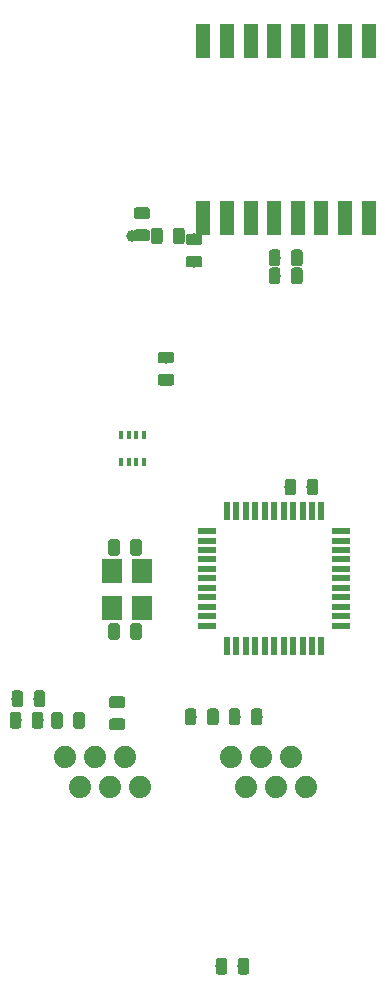
<source format=gbr>
G04 #@! TF.GenerationSoftware,KiCad,Pcbnew,5.0.2-bee76a0~70~ubuntu18.04.1*
G04 #@! TF.CreationDate,2019-02-20T16:39:47+02:00*
G04 #@! TF.ProjectId,weerstasie,77656572-7374-4617-9369-652e6b696361,rev?*
G04 #@! TF.SameCoordinates,Original*
G04 #@! TF.FileFunction,Paste,Top*
G04 #@! TF.FilePolarity,Positive*
%FSLAX46Y46*%
G04 Gerber Fmt 4.6, Leading zero omitted, Abs format (unit mm)*
G04 Created by KiCad (PCBNEW 5.0.2-bee76a0~70~ubuntu18.04.1) date Wed 20 Feb 2019 16:39:47 SAST*
%MOMM*%
%LPD*%
G01*
G04 APERTURE LIST*
%ADD10C,0.100000*%
%ADD11C,0.975000*%
%ADD12R,1.200000X3.000000*%
%ADD13R,1.500000X0.550000*%
%ADD14R,0.550000X1.500000*%
%ADD15R,1.800000X2.100000*%
%ADD16R,0.350000X0.700000*%
%ADD17C,1.879600*%
%ADD18C,1.000000*%
G04 APERTURE END LIST*
D10*
G04 #@! TO.C,R1*
G36*
X120077142Y-105015974D02*
X120100803Y-105019484D01*
X120124007Y-105025296D01*
X120146529Y-105033354D01*
X120168153Y-105043582D01*
X120188670Y-105055879D01*
X120207883Y-105070129D01*
X120225607Y-105086193D01*
X120241671Y-105103917D01*
X120255921Y-105123130D01*
X120268218Y-105143647D01*
X120278446Y-105165271D01*
X120286504Y-105187793D01*
X120292316Y-105210997D01*
X120295826Y-105234658D01*
X120297000Y-105258550D01*
X120297000Y-106171050D01*
X120295826Y-106194942D01*
X120292316Y-106218603D01*
X120286504Y-106241807D01*
X120278446Y-106264329D01*
X120268218Y-106285953D01*
X120255921Y-106306470D01*
X120241671Y-106325683D01*
X120225607Y-106343407D01*
X120207883Y-106359471D01*
X120188670Y-106373721D01*
X120168153Y-106386018D01*
X120146529Y-106396246D01*
X120124007Y-106404304D01*
X120100803Y-106410116D01*
X120077142Y-106413626D01*
X120053250Y-106414800D01*
X119565750Y-106414800D01*
X119541858Y-106413626D01*
X119518197Y-106410116D01*
X119494993Y-106404304D01*
X119472471Y-106396246D01*
X119450847Y-106386018D01*
X119430330Y-106373721D01*
X119411117Y-106359471D01*
X119393393Y-106343407D01*
X119377329Y-106325683D01*
X119363079Y-106306470D01*
X119350782Y-106285953D01*
X119340554Y-106264329D01*
X119332496Y-106241807D01*
X119326684Y-106218603D01*
X119323174Y-106194942D01*
X119322000Y-106171050D01*
X119322000Y-105258550D01*
X119323174Y-105234658D01*
X119326684Y-105210997D01*
X119332496Y-105187793D01*
X119340554Y-105165271D01*
X119350782Y-105143647D01*
X119363079Y-105123130D01*
X119377329Y-105103917D01*
X119393393Y-105086193D01*
X119411117Y-105070129D01*
X119430330Y-105055879D01*
X119450847Y-105043582D01*
X119472471Y-105033354D01*
X119494993Y-105025296D01*
X119518197Y-105019484D01*
X119541858Y-105015974D01*
X119565750Y-105014800D01*
X120053250Y-105014800D01*
X120077142Y-105015974D01*
X120077142Y-105015974D01*
G37*
D11*
X119809500Y-105714800D03*
D10*
G36*
X118202142Y-105015974D02*
X118225803Y-105019484D01*
X118249007Y-105025296D01*
X118271529Y-105033354D01*
X118293153Y-105043582D01*
X118313670Y-105055879D01*
X118332883Y-105070129D01*
X118350607Y-105086193D01*
X118366671Y-105103917D01*
X118380921Y-105123130D01*
X118393218Y-105143647D01*
X118403446Y-105165271D01*
X118411504Y-105187793D01*
X118417316Y-105210997D01*
X118420826Y-105234658D01*
X118422000Y-105258550D01*
X118422000Y-106171050D01*
X118420826Y-106194942D01*
X118417316Y-106218603D01*
X118411504Y-106241807D01*
X118403446Y-106264329D01*
X118393218Y-106285953D01*
X118380921Y-106306470D01*
X118366671Y-106325683D01*
X118350607Y-106343407D01*
X118332883Y-106359471D01*
X118313670Y-106373721D01*
X118293153Y-106386018D01*
X118271529Y-106396246D01*
X118249007Y-106404304D01*
X118225803Y-106410116D01*
X118202142Y-106413626D01*
X118178250Y-106414800D01*
X117690750Y-106414800D01*
X117666858Y-106413626D01*
X117643197Y-106410116D01*
X117619993Y-106404304D01*
X117597471Y-106396246D01*
X117575847Y-106386018D01*
X117555330Y-106373721D01*
X117536117Y-106359471D01*
X117518393Y-106343407D01*
X117502329Y-106325683D01*
X117488079Y-106306470D01*
X117475782Y-106285953D01*
X117465554Y-106264329D01*
X117457496Y-106241807D01*
X117451684Y-106218603D01*
X117448174Y-106194942D01*
X117447000Y-106171050D01*
X117447000Y-105258550D01*
X117448174Y-105234658D01*
X117451684Y-105210997D01*
X117457496Y-105187793D01*
X117465554Y-105165271D01*
X117475782Y-105143647D01*
X117488079Y-105123130D01*
X117502329Y-105103917D01*
X117518393Y-105086193D01*
X117536117Y-105070129D01*
X117555330Y-105055879D01*
X117575847Y-105043582D01*
X117597471Y-105033354D01*
X117619993Y-105025296D01*
X117643197Y-105019484D01*
X117666858Y-105015974D01*
X117690750Y-105014800D01*
X118178250Y-105014800D01*
X118202142Y-105015974D01*
X118202142Y-105015974D01*
G37*
D11*
X117934500Y-105714800D03*
G04 #@! TD*
D10*
G04 #@! TO.C,R2*
G36*
X105395942Y-103491974D02*
X105419603Y-103495484D01*
X105442807Y-103501296D01*
X105465329Y-103509354D01*
X105486953Y-103519582D01*
X105507470Y-103531879D01*
X105526683Y-103546129D01*
X105544407Y-103562193D01*
X105560471Y-103579917D01*
X105574721Y-103599130D01*
X105587018Y-103619647D01*
X105597246Y-103641271D01*
X105605304Y-103663793D01*
X105611116Y-103686997D01*
X105614626Y-103710658D01*
X105615800Y-103734550D01*
X105615800Y-104647050D01*
X105614626Y-104670942D01*
X105611116Y-104694603D01*
X105605304Y-104717807D01*
X105597246Y-104740329D01*
X105587018Y-104761953D01*
X105574721Y-104782470D01*
X105560471Y-104801683D01*
X105544407Y-104819407D01*
X105526683Y-104835471D01*
X105507470Y-104849721D01*
X105486953Y-104862018D01*
X105465329Y-104872246D01*
X105442807Y-104880304D01*
X105419603Y-104886116D01*
X105395942Y-104889626D01*
X105372050Y-104890800D01*
X104884550Y-104890800D01*
X104860658Y-104889626D01*
X104836997Y-104886116D01*
X104813793Y-104880304D01*
X104791271Y-104872246D01*
X104769647Y-104862018D01*
X104749130Y-104849721D01*
X104729917Y-104835471D01*
X104712193Y-104819407D01*
X104696129Y-104801683D01*
X104681879Y-104782470D01*
X104669582Y-104761953D01*
X104659354Y-104740329D01*
X104651296Y-104717807D01*
X104645484Y-104694603D01*
X104641974Y-104670942D01*
X104640800Y-104647050D01*
X104640800Y-103734550D01*
X104641974Y-103710658D01*
X104645484Y-103686997D01*
X104651296Y-103663793D01*
X104659354Y-103641271D01*
X104669582Y-103619647D01*
X104681879Y-103599130D01*
X104696129Y-103579917D01*
X104712193Y-103562193D01*
X104729917Y-103546129D01*
X104749130Y-103531879D01*
X104769647Y-103519582D01*
X104791271Y-103509354D01*
X104813793Y-103501296D01*
X104836997Y-103495484D01*
X104860658Y-103491974D01*
X104884550Y-103490800D01*
X105372050Y-103490800D01*
X105395942Y-103491974D01*
X105395942Y-103491974D01*
G37*
D11*
X105128300Y-104190800D03*
D10*
G36*
X103520942Y-103491974D02*
X103544603Y-103495484D01*
X103567807Y-103501296D01*
X103590329Y-103509354D01*
X103611953Y-103519582D01*
X103632470Y-103531879D01*
X103651683Y-103546129D01*
X103669407Y-103562193D01*
X103685471Y-103579917D01*
X103699721Y-103599130D01*
X103712018Y-103619647D01*
X103722246Y-103641271D01*
X103730304Y-103663793D01*
X103736116Y-103686997D01*
X103739626Y-103710658D01*
X103740800Y-103734550D01*
X103740800Y-104647050D01*
X103739626Y-104670942D01*
X103736116Y-104694603D01*
X103730304Y-104717807D01*
X103722246Y-104740329D01*
X103712018Y-104761953D01*
X103699721Y-104782470D01*
X103685471Y-104801683D01*
X103669407Y-104819407D01*
X103651683Y-104835471D01*
X103632470Y-104849721D01*
X103611953Y-104862018D01*
X103590329Y-104872246D01*
X103567807Y-104880304D01*
X103544603Y-104886116D01*
X103520942Y-104889626D01*
X103497050Y-104890800D01*
X103009550Y-104890800D01*
X102985658Y-104889626D01*
X102961997Y-104886116D01*
X102938793Y-104880304D01*
X102916271Y-104872246D01*
X102894647Y-104862018D01*
X102874130Y-104849721D01*
X102854917Y-104835471D01*
X102837193Y-104819407D01*
X102821129Y-104801683D01*
X102806879Y-104782470D01*
X102794582Y-104761953D01*
X102784354Y-104740329D01*
X102776296Y-104717807D01*
X102770484Y-104694603D01*
X102766974Y-104670942D01*
X102765800Y-104647050D01*
X102765800Y-103734550D01*
X102766974Y-103710658D01*
X102770484Y-103686997D01*
X102776296Y-103663793D01*
X102784354Y-103641271D01*
X102794582Y-103619647D01*
X102806879Y-103599130D01*
X102821129Y-103579917D01*
X102837193Y-103562193D01*
X102854917Y-103546129D01*
X102874130Y-103531879D01*
X102894647Y-103519582D01*
X102916271Y-103509354D01*
X102938793Y-103501296D01*
X102961997Y-103495484D01*
X102985658Y-103491974D01*
X103009550Y-103490800D01*
X103497050Y-103490800D01*
X103520942Y-103491974D01*
X103520942Y-103491974D01*
G37*
D11*
X103253300Y-104190800D03*
G04 #@! TD*
D10*
G04 #@! TO.C,R3*
G36*
X112189342Y-103986174D02*
X112213003Y-103989684D01*
X112236207Y-103995496D01*
X112258729Y-104003554D01*
X112280353Y-104013782D01*
X112300870Y-104026079D01*
X112320083Y-104040329D01*
X112337807Y-104056393D01*
X112353871Y-104074117D01*
X112368121Y-104093330D01*
X112380418Y-104113847D01*
X112390646Y-104135471D01*
X112398704Y-104157993D01*
X112404516Y-104181197D01*
X112408026Y-104204858D01*
X112409200Y-104228750D01*
X112409200Y-104716250D01*
X112408026Y-104740142D01*
X112404516Y-104763803D01*
X112398704Y-104787007D01*
X112390646Y-104809529D01*
X112380418Y-104831153D01*
X112368121Y-104851670D01*
X112353871Y-104870883D01*
X112337807Y-104888607D01*
X112320083Y-104904671D01*
X112300870Y-104918921D01*
X112280353Y-104931218D01*
X112258729Y-104941446D01*
X112236207Y-104949504D01*
X112213003Y-104955316D01*
X112189342Y-104958826D01*
X112165450Y-104960000D01*
X111252950Y-104960000D01*
X111229058Y-104958826D01*
X111205397Y-104955316D01*
X111182193Y-104949504D01*
X111159671Y-104941446D01*
X111138047Y-104931218D01*
X111117530Y-104918921D01*
X111098317Y-104904671D01*
X111080593Y-104888607D01*
X111064529Y-104870883D01*
X111050279Y-104851670D01*
X111037982Y-104831153D01*
X111027754Y-104809529D01*
X111019696Y-104787007D01*
X111013884Y-104763803D01*
X111010374Y-104740142D01*
X111009200Y-104716250D01*
X111009200Y-104228750D01*
X111010374Y-104204858D01*
X111013884Y-104181197D01*
X111019696Y-104157993D01*
X111027754Y-104135471D01*
X111037982Y-104113847D01*
X111050279Y-104093330D01*
X111064529Y-104074117D01*
X111080593Y-104056393D01*
X111098317Y-104040329D01*
X111117530Y-104026079D01*
X111138047Y-104013782D01*
X111159671Y-104003554D01*
X111182193Y-103995496D01*
X111205397Y-103989684D01*
X111229058Y-103986174D01*
X111252950Y-103985000D01*
X112165450Y-103985000D01*
X112189342Y-103986174D01*
X112189342Y-103986174D01*
G37*
D11*
X111709200Y-104472500D03*
D10*
G36*
X112189342Y-105861174D02*
X112213003Y-105864684D01*
X112236207Y-105870496D01*
X112258729Y-105878554D01*
X112280353Y-105888782D01*
X112300870Y-105901079D01*
X112320083Y-105915329D01*
X112337807Y-105931393D01*
X112353871Y-105949117D01*
X112368121Y-105968330D01*
X112380418Y-105988847D01*
X112390646Y-106010471D01*
X112398704Y-106032993D01*
X112404516Y-106056197D01*
X112408026Y-106079858D01*
X112409200Y-106103750D01*
X112409200Y-106591250D01*
X112408026Y-106615142D01*
X112404516Y-106638803D01*
X112398704Y-106662007D01*
X112390646Y-106684529D01*
X112380418Y-106706153D01*
X112368121Y-106726670D01*
X112353871Y-106745883D01*
X112337807Y-106763607D01*
X112320083Y-106779671D01*
X112300870Y-106793921D01*
X112280353Y-106806218D01*
X112258729Y-106816446D01*
X112236207Y-106824504D01*
X112213003Y-106830316D01*
X112189342Y-106833826D01*
X112165450Y-106835000D01*
X111252950Y-106835000D01*
X111229058Y-106833826D01*
X111205397Y-106830316D01*
X111182193Y-106824504D01*
X111159671Y-106816446D01*
X111138047Y-106806218D01*
X111117530Y-106793921D01*
X111098317Y-106779671D01*
X111080593Y-106763607D01*
X111064529Y-106745883D01*
X111050279Y-106726670D01*
X111037982Y-106706153D01*
X111027754Y-106684529D01*
X111019696Y-106662007D01*
X111013884Y-106638803D01*
X111010374Y-106615142D01*
X111009200Y-106591250D01*
X111009200Y-106103750D01*
X111010374Y-106079858D01*
X111013884Y-106056197D01*
X111019696Y-106032993D01*
X111027754Y-106010471D01*
X111037982Y-105988847D01*
X111050279Y-105968330D01*
X111064529Y-105949117D01*
X111080593Y-105931393D01*
X111098317Y-105915329D01*
X111117530Y-105901079D01*
X111138047Y-105888782D01*
X111159671Y-105878554D01*
X111182193Y-105870496D01*
X111205397Y-105864684D01*
X111229058Y-105861174D01*
X111252950Y-105860000D01*
X112165450Y-105860000D01*
X112189342Y-105861174D01*
X112189342Y-105861174D01*
G37*
D11*
X111709200Y-106347500D03*
G04 #@! TD*
D12*
G04 #@! TO.C,U2*
X133000000Y-48500000D03*
X131000000Y-48500000D03*
X129000000Y-48500000D03*
X127000000Y-48500000D03*
X125000000Y-48500000D03*
X123000000Y-48500000D03*
X121000000Y-48500000D03*
X119000000Y-48500000D03*
X119000000Y-63500000D03*
X121000000Y-63500000D03*
X123000000Y-63500000D03*
X125000000Y-63500000D03*
X127000000Y-63500000D03*
X129000000Y-63500000D03*
X131000000Y-63500000D03*
X133000000Y-63500000D03*
G04 #@! TD*
D13*
G04 #@! TO.C,U3*
X119300000Y-90000000D03*
X119300000Y-90800000D03*
X119300000Y-91600000D03*
X119300000Y-92400000D03*
X119300000Y-93200000D03*
X119300000Y-94000000D03*
X119300000Y-94800000D03*
X119300000Y-95600000D03*
X119300000Y-96400000D03*
X119300000Y-97200000D03*
X119300000Y-98000000D03*
D14*
X121000000Y-99700000D03*
X121800000Y-99700000D03*
X122600000Y-99700000D03*
X123400000Y-99700000D03*
X124200000Y-99700000D03*
X125000000Y-99700000D03*
X125800000Y-99700000D03*
X126600000Y-99700000D03*
X127400000Y-99700000D03*
X128200000Y-99700000D03*
X129000000Y-99700000D03*
D13*
X130700000Y-98000000D03*
X130700000Y-97200000D03*
X130700000Y-96400000D03*
X130700000Y-95600000D03*
X130700000Y-94800000D03*
X130700000Y-94000000D03*
X130700000Y-93200000D03*
X130700000Y-92400000D03*
X130700000Y-91600000D03*
X130700000Y-90800000D03*
X130700000Y-90000000D03*
D14*
X129000000Y-88300000D03*
X128200000Y-88300000D03*
X127400000Y-88300000D03*
X126600000Y-88300000D03*
X125800000Y-88300000D03*
X125000000Y-88300000D03*
X124200000Y-88300000D03*
X123400000Y-88300000D03*
X122600000Y-88300000D03*
X121800000Y-88300000D03*
X121000000Y-88300000D03*
G04 #@! TD*
D15*
G04 #@! TO.C,Y1*
X113772000Y-96495200D03*
X113772000Y-93395200D03*
X111272000Y-93395200D03*
X111272000Y-96495200D03*
G04 #@! TD*
D16*
G04 #@! TO.C,U1*
X113975000Y-81875000D03*
X113325000Y-81875000D03*
X112675000Y-81875000D03*
X112025000Y-81875000D03*
X112025000Y-84125000D03*
X112675000Y-84125000D03*
X113325000Y-84125000D03*
X113975000Y-84125000D03*
G04 #@! TD*
D17*
G04 #@! TO.C,J4*
X121325000Y-109110000D03*
X122595000Y-111650000D03*
X123865000Y-109110000D03*
X125135000Y-111650000D03*
X126405000Y-109110000D03*
X127675000Y-111650000D03*
G04 #@! TD*
G04 #@! TO.C,J1*
X107325000Y-109110000D03*
X108595000Y-111650000D03*
X109865000Y-109110000D03*
X111135000Y-111650000D03*
X112405000Y-109110000D03*
X113675000Y-111650000D03*
G04 #@! TD*
D18*
G04 #@! TO.C,AE1*
X113000000Y-65000000D03*
G04 #@! TD*
D10*
G04 #@! TO.C,C1*
G36*
X123785542Y-105015974D02*
X123809203Y-105019484D01*
X123832407Y-105025296D01*
X123854929Y-105033354D01*
X123876553Y-105043582D01*
X123897070Y-105055879D01*
X123916283Y-105070129D01*
X123934007Y-105086193D01*
X123950071Y-105103917D01*
X123964321Y-105123130D01*
X123976618Y-105143647D01*
X123986846Y-105165271D01*
X123994904Y-105187793D01*
X124000716Y-105210997D01*
X124004226Y-105234658D01*
X124005400Y-105258550D01*
X124005400Y-106171050D01*
X124004226Y-106194942D01*
X124000716Y-106218603D01*
X123994904Y-106241807D01*
X123986846Y-106264329D01*
X123976618Y-106285953D01*
X123964321Y-106306470D01*
X123950071Y-106325683D01*
X123934007Y-106343407D01*
X123916283Y-106359471D01*
X123897070Y-106373721D01*
X123876553Y-106386018D01*
X123854929Y-106396246D01*
X123832407Y-106404304D01*
X123809203Y-106410116D01*
X123785542Y-106413626D01*
X123761650Y-106414800D01*
X123274150Y-106414800D01*
X123250258Y-106413626D01*
X123226597Y-106410116D01*
X123203393Y-106404304D01*
X123180871Y-106396246D01*
X123159247Y-106386018D01*
X123138730Y-106373721D01*
X123119517Y-106359471D01*
X123101793Y-106343407D01*
X123085729Y-106325683D01*
X123071479Y-106306470D01*
X123059182Y-106285953D01*
X123048954Y-106264329D01*
X123040896Y-106241807D01*
X123035084Y-106218603D01*
X123031574Y-106194942D01*
X123030400Y-106171050D01*
X123030400Y-105258550D01*
X123031574Y-105234658D01*
X123035084Y-105210997D01*
X123040896Y-105187793D01*
X123048954Y-105165271D01*
X123059182Y-105143647D01*
X123071479Y-105123130D01*
X123085729Y-105103917D01*
X123101793Y-105086193D01*
X123119517Y-105070129D01*
X123138730Y-105055879D01*
X123159247Y-105043582D01*
X123180871Y-105033354D01*
X123203393Y-105025296D01*
X123226597Y-105019484D01*
X123250258Y-105015974D01*
X123274150Y-105014800D01*
X123761650Y-105014800D01*
X123785542Y-105015974D01*
X123785542Y-105015974D01*
G37*
D11*
X123517900Y-105714800D03*
D10*
G36*
X121910542Y-105015974D02*
X121934203Y-105019484D01*
X121957407Y-105025296D01*
X121979929Y-105033354D01*
X122001553Y-105043582D01*
X122022070Y-105055879D01*
X122041283Y-105070129D01*
X122059007Y-105086193D01*
X122075071Y-105103917D01*
X122089321Y-105123130D01*
X122101618Y-105143647D01*
X122111846Y-105165271D01*
X122119904Y-105187793D01*
X122125716Y-105210997D01*
X122129226Y-105234658D01*
X122130400Y-105258550D01*
X122130400Y-106171050D01*
X122129226Y-106194942D01*
X122125716Y-106218603D01*
X122119904Y-106241807D01*
X122111846Y-106264329D01*
X122101618Y-106285953D01*
X122089321Y-106306470D01*
X122075071Y-106325683D01*
X122059007Y-106343407D01*
X122041283Y-106359471D01*
X122022070Y-106373721D01*
X122001553Y-106386018D01*
X121979929Y-106396246D01*
X121957407Y-106404304D01*
X121934203Y-106410116D01*
X121910542Y-106413626D01*
X121886650Y-106414800D01*
X121399150Y-106414800D01*
X121375258Y-106413626D01*
X121351597Y-106410116D01*
X121328393Y-106404304D01*
X121305871Y-106396246D01*
X121284247Y-106386018D01*
X121263730Y-106373721D01*
X121244517Y-106359471D01*
X121226793Y-106343407D01*
X121210729Y-106325683D01*
X121196479Y-106306470D01*
X121184182Y-106285953D01*
X121173954Y-106264329D01*
X121165896Y-106241807D01*
X121160084Y-106218603D01*
X121156574Y-106194942D01*
X121155400Y-106171050D01*
X121155400Y-105258550D01*
X121156574Y-105234658D01*
X121160084Y-105210997D01*
X121165896Y-105187793D01*
X121173954Y-105165271D01*
X121184182Y-105143647D01*
X121196479Y-105123130D01*
X121210729Y-105103917D01*
X121226793Y-105086193D01*
X121244517Y-105070129D01*
X121263730Y-105055879D01*
X121284247Y-105043582D01*
X121305871Y-105033354D01*
X121328393Y-105025296D01*
X121351597Y-105019484D01*
X121375258Y-105015974D01*
X121399150Y-105014800D01*
X121886650Y-105014800D01*
X121910542Y-105015974D01*
X121910542Y-105015974D01*
G37*
D11*
X121642900Y-105714800D03*
G04 #@! TD*
D10*
G04 #@! TO.C,C2*
G36*
X103368542Y-105320774D02*
X103392203Y-105324284D01*
X103415407Y-105330096D01*
X103437929Y-105338154D01*
X103459553Y-105348382D01*
X103480070Y-105360679D01*
X103499283Y-105374929D01*
X103517007Y-105390993D01*
X103533071Y-105408717D01*
X103547321Y-105427930D01*
X103559618Y-105448447D01*
X103569846Y-105470071D01*
X103577904Y-105492593D01*
X103583716Y-105515797D01*
X103587226Y-105539458D01*
X103588400Y-105563350D01*
X103588400Y-106475850D01*
X103587226Y-106499742D01*
X103583716Y-106523403D01*
X103577904Y-106546607D01*
X103569846Y-106569129D01*
X103559618Y-106590753D01*
X103547321Y-106611270D01*
X103533071Y-106630483D01*
X103517007Y-106648207D01*
X103499283Y-106664271D01*
X103480070Y-106678521D01*
X103459553Y-106690818D01*
X103437929Y-106701046D01*
X103415407Y-106709104D01*
X103392203Y-106714916D01*
X103368542Y-106718426D01*
X103344650Y-106719600D01*
X102857150Y-106719600D01*
X102833258Y-106718426D01*
X102809597Y-106714916D01*
X102786393Y-106709104D01*
X102763871Y-106701046D01*
X102742247Y-106690818D01*
X102721730Y-106678521D01*
X102702517Y-106664271D01*
X102684793Y-106648207D01*
X102668729Y-106630483D01*
X102654479Y-106611270D01*
X102642182Y-106590753D01*
X102631954Y-106569129D01*
X102623896Y-106546607D01*
X102618084Y-106523403D01*
X102614574Y-106499742D01*
X102613400Y-106475850D01*
X102613400Y-105563350D01*
X102614574Y-105539458D01*
X102618084Y-105515797D01*
X102623896Y-105492593D01*
X102631954Y-105470071D01*
X102642182Y-105448447D01*
X102654479Y-105427930D01*
X102668729Y-105408717D01*
X102684793Y-105390993D01*
X102702517Y-105374929D01*
X102721730Y-105360679D01*
X102742247Y-105348382D01*
X102763871Y-105338154D01*
X102786393Y-105330096D01*
X102809597Y-105324284D01*
X102833258Y-105320774D01*
X102857150Y-105319600D01*
X103344650Y-105319600D01*
X103368542Y-105320774D01*
X103368542Y-105320774D01*
G37*
D11*
X103100900Y-106019600D03*
D10*
G36*
X105243542Y-105320774D02*
X105267203Y-105324284D01*
X105290407Y-105330096D01*
X105312929Y-105338154D01*
X105334553Y-105348382D01*
X105355070Y-105360679D01*
X105374283Y-105374929D01*
X105392007Y-105390993D01*
X105408071Y-105408717D01*
X105422321Y-105427930D01*
X105434618Y-105448447D01*
X105444846Y-105470071D01*
X105452904Y-105492593D01*
X105458716Y-105515797D01*
X105462226Y-105539458D01*
X105463400Y-105563350D01*
X105463400Y-106475850D01*
X105462226Y-106499742D01*
X105458716Y-106523403D01*
X105452904Y-106546607D01*
X105444846Y-106569129D01*
X105434618Y-106590753D01*
X105422321Y-106611270D01*
X105408071Y-106630483D01*
X105392007Y-106648207D01*
X105374283Y-106664271D01*
X105355070Y-106678521D01*
X105334553Y-106690818D01*
X105312929Y-106701046D01*
X105290407Y-106709104D01*
X105267203Y-106714916D01*
X105243542Y-106718426D01*
X105219650Y-106719600D01*
X104732150Y-106719600D01*
X104708258Y-106718426D01*
X104684597Y-106714916D01*
X104661393Y-106709104D01*
X104638871Y-106701046D01*
X104617247Y-106690818D01*
X104596730Y-106678521D01*
X104577517Y-106664271D01*
X104559793Y-106648207D01*
X104543729Y-106630483D01*
X104529479Y-106611270D01*
X104517182Y-106590753D01*
X104506954Y-106569129D01*
X104498896Y-106546607D01*
X104493084Y-106523403D01*
X104489574Y-106499742D01*
X104488400Y-106475850D01*
X104488400Y-105563350D01*
X104489574Y-105539458D01*
X104493084Y-105515797D01*
X104498896Y-105492593D01*
X104506954Y-105470071D01*
X104517182Y-105448447D01*
X104529479Y-105427930D01*
X104543729Y-105408717D01*
X104559793Y-105390993D01*
X104577517Y-105374929D01*
X104596730Y-105360679D01*
X104617247Y-105348382D01*
X104638871Y-105338154D01*
X104661393Y-105330096D01*
X104684597Y-105324284D01*
X104708258Y-105320774D01*
X104732150Y-105319600D01*
X105219650Y-105319600D01*
X105243542Y-105320774D01*
X105243542Y-105320774D01*
G37*
D11*
X104975900Y-106019600D03*
G04 #@! TD*
D10*
G04 #@! TO.C,C3*
G36*
X108748742Y-105320774D02*
X108772403Y-105324284D01*
X108795607Y-105330096D01*
X108818129Y-105338154D01*
X108839753Y-105348382D01*
X108860270Y-105360679D01*
X108879483Y-105374929D01*
X108897207Y-105390993D01*
X108913271Y-105408717D01*
X108927521Y-105427930D01*
X108939818Y-105448447D01*
X108950046Y-105470071D01*
X108958104Y-105492593D01*
X108963916Y-105515797D01*
X108967426Y-105539458D01*
X108968600Y-105563350D01*
X108968600Y-106475850D01*
X108967426Y-106499742D01*
X108963916Y-106523403D01*
X108958104Y-106546607D01*
X108950046Y-106569129D01*
X108939818Y-106590753D01*
X108927521Y-106611270D01*
X108913271Y-106630483D01*
X108897207Y-106648207D01*
X108879483Y-106664271D01*
X108860270Y-106678521D01*
X108839753Y-106690818D01*
X108818129Y-106701046D01*
X108795607Y-106709104D01*
X108772403Y-106714916D01*
X108748742Y-106718426D01*
X108724850Y-106719600D01*
X108237350Y-106719600D01*
X108213458Y-106718426D01*
X108189797Y-106714916D01*
X108166593Y-106709104D01*
X108144071Y-106701046D01*
X108122447Y-106690818D01*
X108101930Y-106678521D01*
X108082717Y-106664271D01*
X108064993Y-106648207D01*
X108048929Y-106630483D01*
X108034679Y-106611270D01*
X108022382Y-106590753D01*
X108012154Y-106569129D01*
X108004096Y-106546607D01*
X107998284Y-106523403D01*
X107994774Y-106499742D01*
X107993600Y-106475850D01*
X107993600Y-105563350D01*
X107994774Y-105539458D01*
X107998284Y-105515797D01*
X108004096Y-105492593D01*
X108012154Y-105470071D01*
X108022382Y-105448447D01*
X108034679Y-105427930D01*
X108048929Y-105408717D01*
X108064993Y-105390993D01*
X108082717Y-105374929D01*
X108101930Y-105360679D01*
X108122447Y-105348382D01*
X108144071Y-105338154D01*
X108166593Y-105330096D01*
X108189797Y-105324284D01*
X108213458Y-105320774D01*
X108237350Y-105319600D01*
X108724850Y-105319600D01*
X108748742Y-105320774D01*
X108748742Y-105320774D01*
G37*
D11*
X108481100Y-106019600D03*
D10*
G36*
X106873742Y-105320774D02*
X106897403Y-105324284D01*
X106920607Y-105330096D01*
X106943129Y-105338154D01*
X106964753Y-105348382D01*
X106985270Y-105360679D01*
X107004483Y-105374929D01*
X107022207Y-105390993D01*
X107038271Y-105408717D01*
X107052521Y-105427930D01*
X107064818Y-105448447D01*
X107075046Y-105470071D01*
X107083104Y-105492593D01*
X107088916Y-105515797D01*
X107092426Y-105539458D01*
X107093600Y-105563350D01*
X107093600Y-106475850D01*
X107092426Y-106499742D01*
X107088916Y-106523403D01*
X107083104Y-106546607D01*
X107075046Y-106569129D01*
X107064818Y-106590753D01*
X107052521Y-106611270D01*
X107038271Y-106630483D01*
X107022207Y-106648207D01*
X107004483Y-106664271D01*
X106985270Y-106678521D01*
X106964753Y-106690818D01*
X106943129Y-106701046D01*
X106920607Y-106709104D01*
X106897403Y-106714916D01*
X106873742Y-106718426D01*
X106849850Y-106719600D01*
X106362350Y-106719600D01*
X106338458Y-106718426D01*
X106314797Y-106714916D01*
X106291593Y-106709104D01*
X106269071Y-106701046D01*
X106247447Y-106690818D01*
X106226930Y-106678521D01*
X106207717Y-106664271D01*
X106189993Y-106648207D01*
X106173929Y-106630483D01*
X106159679Y-106611270D01*
X106147382Y-106590753D01*
X106137154Y-106569129D01*
X106129096Y-106546607D01*
X106123284Y-106523403D01*
X106119774Y-106499742D01*
X106118600Y-106475850D01*
X106118600Y-105563350D01*
X106119774Y-105539458D01*
X106123284Y-105515797D01*
X106129096Y-105492593D01*
X106137154Y-105470071D01*
X106147382Y-105448447D01*
X106159679Y-105427930D01*
X106173929Y-105408717D01*
X106189993Y-105390993D01*
X106207717Y-105374929D01*
X106226930Y-105360679D01*
X106247447Y-105348382D01*
X106269071Y-105338154D01*
X106291593Y-105330096D01*
X106314797Y-105324284D01*
X106338458Y-105320774D01*
X106362350Y-105319600D01*
X106849850Y-105319600D01*
X106873742Y-105320774D01*
X106873742Y-105320774D01*
G37*
D11*
X106606100Y-106019600D03*
G04 #@! TD*
D10*
G04 #@! TO.C,C4*
G36*
X127189142Y-67677974D02*
X127212803Y-67681484D01*
X127236007Y-67687296D01*
X127258529Y-67695354D01*
X127280153Y-67705582D01*
X127300670Y-67717879D01*
X127319883Y-67732129D01*
X127337607Y-67748193D01*
X127353671Y-67765917D01*
X127367921Y-67785130D01*
X127380218Y-67805647D01*
X127390446Y-67827271D01*
X127398504Y-67849793D01*
X127404316Y-67872997D01*
X127407826Y-67896658D01*
X127409000Y-67920550D01*
X127409000Y-68833050D01*
X127407826Y-68856942D01*
X127404316Y-68880603D01*
X127398504Y-68903807D01*
X127390446Y-68926329D01*
X127380218Y-68947953D01*
X127367921Y-68968470D01*
X127353671Y-68987683D01*
X127337607Y-69005407D01*
X127319883Y-69021471D01*
X127300670Y-69035721D01*
X127280153Y-69048018D01*
X127258529Y-69058246D01*
X127236007Y-69066304D01*
X127212803Y-69072116D01*
X127189142Y-69075626D01*
X127165250Y-69076800D01*
X126677750Y-69076800D01*
X126653858Y-69075626D01*
X126630197Y-69072116D01*
X126606993Y-69066304D01*
X126584471Y-69058246D01*
X126562847Y-69048018D01*
X126542330Y-69035721D01*
X126523117Y-69021471D01*
X126505393Y-69005407D01*
X126489329Y-68987683D01*
X126475079Y-68968470D01*
X126462782Y-68947953D01*
X126452554Y-68926329D01*
X126444496Y-68903807D01*
X126438684Y-68880603D01*
X126435174Y-68856942D01*
X126434000Y-68833050D01*
X126434000Y-67920550D01*
X126435174Y-67896658D01*
X126438684Y-67872997D01*
X126444496Y-67849793D01*
X126452554Y-67827271D01*
X126462782Y-67805647D01*
X126475079Y-67785130D01*
X126489329Y-67765917D01*
X126505393Y-67748193D01*
X126523117Y-67732129D01*
X126542330Y-67717879D01*
X126562847Y-67705582D01*
X126584471Y-67695354D01*
X126606993Y-67687296D01*
X126630197Y-67681484D01*
X126653858Y-67677974D01*
X126677750Y-67676800D01*
X127165250Y-67676800D01*
X127189142Y-67677974D01*
X127189142Y-67677974D01*
G37*
D11*
X126921500Y-68376800D03*
D10*
G36*
X125314142Y-67677974D02*
X125337803Y-67681484D01*
X125361007Y-67687296D01*
X125383529Y-67695354D01*
X125405153Y-67705582D01*
X125425670Y-67717879D01*
X125444883Y-67732129D01*
X125462607Y-67748193D01*
X125478671Y-67765917D01*
X125492921Y-67785130D01*
X125505218Y-67805647D01*
X125515446Y-67827271D01*
X125523504Y-67849793D01*
X125529316Y-67872997D01*
X125532826Y-67896658D01*
X125534000Y-67920550D01*
X125534000Y-68833050D01*
X125532826Y-68856942D01*
X125529316Y-68880603D01*
X125523504Y-68903807D01*
X125515446Y-68926329D01*
X125505218Y-68947953D01*
X125492921Y-68968470D01*
X125478671Y-68987683D01*
X125462607Y-69005407D01*
X125444883Y-69021471D01*
X125425670Y-69035721D01*
X125405153Y-69048018D01*
X125383529Y-69058246D01*
X125361007Y-69066304D01*
X125337803Y-69072116D01*
X125314142Y-69075626D01*
X125290250Y-69076800D01*
X124802750Y-69076800D01*
X124778858Y-69075626D01*
X124755197Y-69072116D01*
X124731993Y-69066304D01*
X124709471Y-69058246D01*
X124687847Y-69048018D01*
X124667330Y-69035721D01*
X124648117Y-69021471D01*
X124630393Y-69005407D01*
X124614329Y-68987683D01*
X124600079Y-68968470D01*
X124587782Y-68947953D01*
X124577554Y-68926329D01*
X124569496Y-68903807D01*
X124563684Y-68880603D01*
X124560174Y-68856942D01*
X124559000Y-68833050D01*
X124559000Y-67920550D01*
X124560174Y-67896658D01*
X124563684Y-67872997D01*
X124569496Y-67849793D01*
X124577554Y-67827271D01*
X124587782Y-67805647D01*
X124600079Y-67785130D01*
X124614329Y-67765917D01*
X124630393Y-67748193D01*
X124648117Y-67732129D01*
X124667330Y-67717879D01*
X124687847Y-67705582D01*
X124709471Y-67695354D01*
X124731993Y-67687296D01*
X124755197Y-67681484D01*
X124778858Y-67677974D01*
X124802750Y-67676800D01*
X125290250Y-67676800D01*
X125314142Y-67677974D01*
X125314142Y-67677974D01*
G37*
D11*
X125046500Y-68376800D03*
G04 #@! TD*
D10*
G04 #@! TO.C,C6*
G36*
X116304142Y-76701974D02*
X116327803Y-76705484D01*
X116351007Y-76711296D01*
X116373529Y-76719354D01*
X116395153Y-76729582D01*
X116415670Y-76741879D01*
X116434883Y-76756129D01*
X116452607Y-76772193D01*
X116468671Y-76789917D01*
X116482921Y-76809130D01*
X116495218Y-76829647D01*
X116505446Y-76851271D01*
X116513504Y-76873793D01*
X116519316Y-76896997D01*
X116522826Y-76920658D01*
X116524000Y-76944550D01*
X116524000Y-77432050D01*
X116522826Y-77455942D01*
X116519316Y-77479603D01*
X116513504Y-77502807D01*
X116505446Y-77525329D01*
X116495218Y-77546953D01*
X116482921Y-77567470D01*
X116468671Y-77586683D01*
X116452607Y-77604407D01*
X116434883Y-77620471D01*
X116415670Y-77634721D01*
X116395153Y-77647018D01*
X116373529Y-77657246D01*
X116351007Y-77665304D01*
X116327803Y-77671116D01*
X116304142Y-77674626D01*
X116280250Y-77675800D01*
X115367750Y-77675800D01*
X115343858Y-77674626D01*
X115320197Y-77671116D01*
X115296993Y-77665304D01*
X115274471Y-77657246D01*
X115252847Y-77647018D01*
X115232330Y-77634721D01*
X115213117Y-77620471D01*
X115195393Y-77604407D01*
X115179329Y-77586683D01*
X115165079Y-77567470D01*
X115152782Y-77546953D01*
X115142554Y-77525329D01*
X115134496Y-77502807D01*
X115128684Y-77479603D01*
X115125174Y-77455942D01*
X115124000Y-77432050D01*
X115124000Y-76944550D01*
X115125174Y-76920658D01*
X115128684Y-76896997D01*
X115134496Y-76873793D01*
X115142554Y-76851271D01*
X115152782Y-76829647D01*
X115165079Y-76809130D01*
X115179329Y-76789917D01*
X115195393Y-76772193D01*
X115213117Y-76756129D01*
X115232330Y-76741879D01*
X115252847Y-76729582D01*
X115274471Y-76719354D01*
X115296993Y-76711296D01*
X115320197Y-76705484D01*
X115343858Y-76701974D01*
X115367750Y-76700800D01*
X116280250Y-76700800D01*
X116304142Y-76701974D01*
X116304142Y-76701974D01*
G37*
D11*
X115824000Y-77188300D03*
D10*
G36*
X116304142Y-74826974D02*
X116327803Y-74830484D01*
X116351007Y-74836296D01*
X116373529Y-74844354D01*
X116395153Y-74854582D01*
X116415670Y-74866879D01*
X116434883Y-74881129D01*
X116452607Y-74897193D01*
X116468671Y-74914917D01*
X116482921Y-74934130D01*
X116495218Y-74954647D01*
X116505446Y-74976271D01*
X116513504Y-74998793D01*
X116519316Y-75021997D01*
X116522826Y-75045658D01*
X116524000Y-75069550D01*
X116524000Y-75557050D01*
X116522826Y-75580942D01*
X116519316Y-75604603D01*
X116513504Y-75627807D01*
X116505446Y-75650329D01*
X116495218Y-75671953D01*
X116482921Y-75692470D01*
X116468671Y-75711683D01*
X116452607Y-75729407D01*
X116434883Y-75745471D01*
X116415670Y-75759721D01*
X116395153Y-75772018D01*
X116373529Y-75782246D01*
X116351007Y-75790304D01*
X116327803Y-75796116D01*
X116304142Y-75799626D01*
X116280250Y-75800800D01*
X115367750Y-75800800D01*
X115343858Y-75799626D01*
X115320197Y-75796116D01*
X115296993Y-75790304D01*
X115274471Y-75782246D01*
X115252847Y-75772018D01*
X115232330Y-75759721D01*
X115213117Y-75745471D01*
X115195393Y-75729407D01*
X115179329Y-75711683D01*
X115165079Y-75692470D01*
X115152782Y-75671953D01*
X115142554Y-75650329D01*
X115134496Y-75627807D01*
X115128684Y-75604603D01*
X115125174Y-75580942D01*
X115124000Y-75557050D01*
X115124000Y-75069550D01*
X115125174Y-75045658D01*
X115128684Y-75021997D01*
X115134496Y-74998793D01*
X115142554Y-74976271D01*
X115152782Y-74954647D01*
X115165079Y-74934130D01*
X115179329Y-74914917D01*
X115195393Y-74897193D01*
X115213117Y-74881129D01*
X115232330Y-74866879D01*
X115252847Y-74854582D01*
X115274471Y-74844354D01*
X115296993Y-74836296D01*
X115320197Y-74830484D01*
X115343858Y-74826974D01*
X115367750Y-74825800D01*
X116280250Y-74825800D01*
X116304142Y-74826974D01*
X116304142Y-74826974D01*
G37*
D11*
X115824000Y-75313300D03*
G04 #@! TD*
D10*
G04 #@! TO.C,C7*
G36*
X117205142Y-64301174D02*
X117228803Y-64304684D01*
X117252007Y-64310496D01*
X117274529Y-64318554D01*
X117296153Y-64328782D01*
X117316670Y-64341079D01*
X117335883Y-64355329D01*
X117353607Y-64371393D01*
X117369671Y-64389117D01*
X117383921Y-64408330D01*
X117396218Y-64428847D01*
X117406446Y-64450471D01*
X117414504Y-64472993D01*
X117420316Y-64496197D01*
X117423826Y-64519858D01*
X117425000Y-64543750D01*
X117425000Y-65456250D01*
X117423826Y-65480142D01*
X117420316Y-65503803D01*
X117414504Y-65527007D01*
X117406446Y-65549529D01*
X117396218Y-65571153D01*
X117383921Y-65591670D01*
X117369671Y-65610883D01*
X117353607Y-65628607D01*
X117335883Y-65644671D01*
X117316670Y-65658921D01*
X117296153Y-65671218D01*
X117274529Y-65681446D01*
X117252007Y-65689504D01*
X117228803Y-65695316D01*
X117205142Y-65698826D01*
X117181250Y-65700000D01*
X116693750Y-65700000D01*
X116669858Y-65698826D01*
X116646197Y-65695316D01*
X116622993Y-65689504D01*
X116600471Y-65681446D01*
X116578847Y-65671218D01*
X116558330Y-65658921D01*
X116539117Y-65644671D01*
X116521393Y-65628607D01*
X116505329Y-65610883D01*
X116491079Y-65591670D01*
X116478782Y-65571153D01*
X116468554Y-65549529D01*
X116460496Y-65527007D01*
X116454684Y-65503803D01*
X116451174Y-65480142D01*
X116450000Y-65456250D01*
X116450000Y-64543750D01*
X116451174Y-64519858D01*
X116454684Y-64496197D01*
X116460496Y-64472993D01*
X116468554Y-64450471D01*
X116478782Y-64428847D01*
X116491079Y-64408330D01*
X116505329Y-64389117D01*
X116521393Y-64371393D01*
X116539117Y-64355329D01*
X116558330Y-64341079D01*
X116578847Y-64328782D01*
X116600471Y-64318554D01*
X116622993Y-64310496D01*
X116646197Y-64304684D01*
X116669858Y-64301174D01*
X116693750Y-64300000D01*
X117181250Y-64300000D01*
X117205142Y-64301174D01*
X117205142Y-64301174D01*
G37*
D11*
X116937500Y-65000000D03*
D10*
G36*
X115330142Y-64301174D02*
X115353803Y-64304684D01*
X115377007Y-64310496D01*
X115399529Y-64318554D01*
X115421153Y-64328782D01*
X115441670Y-64341079D01*
X115460883Y-64355329D01*
X115478607Y-64371393D01*
X115494671Y-64389117D01*
X115508921Y-64408330D01*
X115521218Y-64428847D01*
X115531446Y-64450471D01*
X115539504Y-64472993D01*
X115545316Y-64496197D01*
X115548826Y-64519858D01*
X115550000Y-64543750D01*
X115550000Y-65456250D01*
X115548826Y-65480142D01*
X115545316Y-65503803D01*
X115539504Y-65527007D01*
X115531446Y-65549529D01*
X115521218Y-65571153D01*
X115508921Y-65591670D01*
X115494671Y-65610883D01*
X115478607Y-65628607D01*
X115460883Y-65644671D01*
X115441670Y-65658921D01*
X115421153Y-65671218D01*
X115399529Y-65681446D01*
X115377007Y-65689504D01*
X115353803Y-65695316D01*
X115330142Y-65698826D01*
X115306250Y-65700000D01*
X114818750Y-65700000D01*
X114794858Y-65698826D01*
X114771197Y-65695316D01*
X114747993Y-65689504D01*
X114725471Y-65681446D01*
X114703847Y-65671218D01*
X114683330Y-65658921D01*
X114664117Y-65644671D01*
X114646393Y-65628607D01*
X114630329Y-65610883D01*
X114616079Y-65591670D01*
X114603782Y-65571153D01*
X114593554Y-65549529D01*
X114585496Y-65527007D01*
X114579684Y-65503803D01*
X114576174Y-65480142D01*
X114575000Y-65456250D01*
X114575000Y-64543750D01*
X114576174Y-64519858D01*
X114579684Y-64496197D01*
X114585496Y-64472993D01*
X114593554Y-64450471D01*
X114603782Y-64428847D01*
X114616079Y-64408330D01*
X114630329Y-64389117D01*
X114646393Y-64371393D01*
X114664117Y-64355329D01*
X114683330Y-64341079D01*
X114703847Y-64328782D01*
X114725471Y-64318554D01*
X114747993Y-64310496D01*
X114771197Y-64304684D01*
X114794858Y-64301174D01*
X114818750Y-64300000D01*
X115306250Y-64300000D01*
X115330142Y-64301174D01*
X115330142Y-64301174D01*
G37*
D11*
X115062500Y-65000000D03*
G04 #@! TD*
D10*
G04 #@! TO.C,C8*
G36*
X111699742Y-90690374D02*
X111723403Y-90693884D01*
X111746607Y-90699696D01*
X111769129Y-90707754D01*
X111790753Y-90717982D01*
X111811270Y-90730279D01*
X111830483Y-90744529D01*
X111848207Y-90760593D01*
X111864271Y-90778317D01*
X111878521Y-90797530D01*
X111890818Y-90818047D01*
X111901046Y-90839671D01*
X111909104Y-90862193D01*
X111914916Y-90885397D01*
X111918426Y-90909058D01*
X111919600Y-90932950D01*
X111919600Y-91845450D01*
X111918426Y-91869342D01*
X111914916Y-91893003D01*
X111909104Y-91916207D01*
X111901046Y-91938729D01*
X111890818Y-91960353D01*
X111878521Y-91980870D01*
X111864271Y-92000083D01*
X111848207Y-92017807D01*
X111830483Y-92033871D01*
X111811270Y-92048121D01*
X111790753Y-92060418D01*
X111769129Y-92070646D01*
X111746607Y-92078704D01*
X111723403Y-92084516D01*
X111699742Y-92088026D01*
X111675850Y-92089200D01*
X111188350Y-92089200D01*
X111164458Y-92088026D01*
X111140797Y-92084516D01*
X111117593Y-92078704D01*
X111095071Y-92070646D01*
X111073447Y-92060418D01*
X111052930Y-92048121D01*
X111033717Y-92033871D01*
X111015993Y-92017807D01*
X110999929Y-92000083D01*
X110985679Y-91980870D01*
X110973382Y-91960353D01*
X110963154Y-91938729D01*
X110955096Y-91916207D01*
X110949284Y-91893003D01*
X110945774Y-91869342D01*
X110944600Y-91845450D01*
X110944600Y-90932950D01*
X110945774Y-90909058D01*
X110949284Y-90885397D01*
X110955096Y-90862193D01*
X110963154Y-90839671D01*
X110973382Y-90818047D01*
X110985679Y-90797530D01*
X110999929Y-90778317D01*
X111015993Y-90760593D01*
X111033717Y-90744529D01*
X111052930Y-90730279D01*
X111073447Y-90717982D01*
X111095071Y-90707754D01*
X111117593Y-90699696D01*
X111140797Y-90693884D01*
X111164458Y-90690374D01*
X111188350Y-90689200D01*
X111675850Y-90689200D01*
X111699742Y-90690374D01*
X111699742Y-90690374D01*
G37*
D11*
X111432100Y-91389200D03*
D10*
G36*
X113574742Y-90690374D02*
X113598403Y-90693884D01*
X113621607Y-90699696D01*
X113644129Y-90707754D01*
X113665753Y-90717982D01*
X113686270Y-90730279D01*
X113705483Y-90744529D01*
X113723207Y-90760593D01*
X113739271Y-90778317D01*
X113753521Y-90797530D01*
X113765818Y-90818047D01*
X113776046Y-90839671D01*
X113784104Y-90862193D01*
X113789916Y-90885397D01*
X113793426Y-90909058D01*
X113794600Y-90932950D01*
X113794600Y-91845450D01*
X113793426Y-91869342D01*
X113789916Y-91893003D01*
X113784104Y-91916207D01*
X113776046Y-91938729D01*
X113765818Y-91960353D01*
X113753521Y-91980870D01*
X113739271Y-92000083D01*
X113723207Y-92017807D01*
X113705483Y-92033871D01*
X113686270Y-92048121D01*
X113665753Y-92060418D01*
X113644129Y-92070646D01*
X113621607Y-92078704D01*
X113598403Y-92084516D01*
X113574742Y-92088026D01*
X113550850Y-92089200D01*
X113063350Y-92089200D01*
X113039458Y-92088026D01*
X113015797Y-92084516D01*
X112992593Y-92078704D01*
X112970071Y-92070646D01*
X112948447Y-92060418D01*
X112927930Y-92048121D01*
X112908717Y-92033871D01*
X112890993Y-92017807D01*
X112874929Y-92000083D01*
X112860679Y-91980870D01*
X112848382Y-91960353D01*
X112838154Y-91938729D01*
X112830096Y-91916207D01*
X112824284Y-91893003D01*
X112820774Y-91869342D01*
X112819600Y-91845450D01*
X112819600Y-90932950D01*
X112820774Y-90909058D01*
X112824284Y-90885397D01*
X112830096Y-90862193D01*
X112838154Y-90839671D01*
X112848382Y-90818047D01*
X112860679Y-90797530D01*
X112874929Y-90778317D01*
X112890993Y-90760593D01*
X112908717Y-90744529D01*
X112927930Y-90730279D01*
X112948447Y-90717982D01*
X112970071Y-90707754D01*
X112992593Y-90699696D01*
X113015797Y-90693884D01*
X113039458Y-90690374D01*
X113063350Y-90689200D01*
X113550850Y-90689200D01*
X113574742Y-90690374D01*
X113574742Y-90690374D01*
G37*
D11*
X113307100Y-91389200D03*
G04 #@! TD*
D10*
G04 #@! TO.C,C9*
G36*
X113574742Y-97802374D02*
X113598403Y-97805884D01*
X113621607Y-97811696D01*
X113644129Y-97819754D01*
X113665753Y-97829982D01*
X113686270Y-97842279D01*
X113705483Y-97856529D01*
X113723207Y-97872593D01*
X113739271Y-97890317D01*
X113753521Y-97909530D01*
X113765818Y-97930047D01*
X113776046Y-97951671D01*
X113784104Y-97974193D01*
X113789916Y-97997397D01*
X113793426Y-98021058D01*
X113794600Y-98044950D01*
X113794600Y-98957450D01*
X113793426Y-98981342D01*
X113789916Y-99005003D01*
X113784104Y-99028207D01*
X113776046Y-99050729D01*
X113765818Y-99072353D01*
X113753521Y-99092870D01*
X113739271Y-99112083D01*
X113723207Y-99129807D01*
X113705483Y-99145871D01*
X113686270Y-99160121D01*
X113665753Y-99172418D01*
X113644129Y-99182646D01*
X113621607Y-99190704D01*
X113598403Y-99196516D01*
X113574742Y-99200026D01*
X113550850Y-99201200D01*
X113063350Y-99201200D01*
X113039458Y-99200026D01*
X113015797Y-99196516D01*
X112992593Y-99190704D01*
X112970071Y-99182646D01*
X112948447Y-99172418D01*
X112927930Y-99160121D01*
X112908717Y-99145871D01*
X112890993Y-99129807D01*
X112874929Y-99112083D01*
X112860679Y-99092870D01*
X112848382Y-99072353D01*
X112838154Y-99050729D01*
X112830096Y-99028207D01*
X112824284Y-99005003D01*
X112820774Y-98981342D01*
X112819600Y-98957450D01*
X112819600Y-98044950D01*
X112820774Y-98021058D01*
X112824284Y-97997397D01*
X112830096Y-97974193D01*
X112838154Y-97951671D01*
X112848382Y-97930047D01*
X112860679Y-97909530D01*
X112874929Y-97890317D01*
X112890993Y-97872593D01*
X112908717Y-97856529D01*
X112927930Y-97842279D01*
X112948447Y-97829982D01*
X112970071Y-97819754D01*
X112992593Y-97811696D01*
X113015797Y-97805884D01*
X113039458Y-97802374D01*
X113063350Y-97801200D01*
X113550850Y-97801200D01*
X113574742Y-97802374D01*
X113574742Y-97802374D01*
G37*
D11*
X113307100Y-98501200D03*
D10*
G36*
X111699742Y-97802374D02*
X111723403Y-97805884D01*
X111746607Y-97811696D01*
X111769129Y-97819754D01*
X111790753Y-97829982D01*
X111811270Y-97842279D01*
X111830483Y-97856529D01*
X111848207Y-97872593D01*
X111864271Y-97890317D01*
X111878521Y-97909530D01*
X111890818Y-97930047D01*
X111901046Y-97951671D01*
X111909104Y-97974193D01*
X111914916Y-97997397D01*
X111918426Y-98021058D01*
X111919600Y-98044950D01*
X111919600Y-98957450D01*
X111918426Y-98981342D01*
X111914916Y-99005003D01*
X111909104Y-99028207D01*
X111901046Y-99050729D01*
X111890818Y-99072353D01*
X111878521Y-99092870D01*
X111864271Y-99112083D01*
X111848207Y-99129807D01*
X111830483Y-99145871D01*
X111811270Y-99160121D01*
X111790753Y-99172418D01*
X111769129Y-99182646D01*
X111746607Y-99190704D01*
X111723403Y-99196516D01*
X111699742Y-99200026D01*
X111675850Y-99201200D01*
X111188350Y-99201200D01*
X111164458Y-99200026D01*
X111140797Y-99196516D01*
X111117593Y-99190704D01*
X111095071Y-99182646D01*
X111073447Y-99172418D01*
X111052930Y-99160121D01*
X111033717Y-99145871D01*
X111015993Y-99129807D01*
X110999929Y-99112083D01*
X110985679Y-99092870D01*
X110973382Y-99072353D01*
X110963154Y-99050729D01*
X110955096Y-99028207D01*
X110949284Y-99005003D01*
X110945774Y-98981342D01*
X110944600Y-98957450D01*
X110944600Y-98044950D01*
X110945774Y-98021058D01*
X110949284Y-97997397D01*
X110955096Y-97974193D01*
X110963154Y-97951671D01*
X110973382Y-97930047D01*
X110985679Y-97909530D01*
X110999929Y-97890317D01*
X111015993Y-97872593D01*
X111033717Y-97856529D01*
X111052930Y-97842279D01*
X111073447Y-97829982D01*
X111095071Y-97819754D01*
X111117593Y-97811696D01*
X111140797Y-97805884D01*
X111164458Y-97802374D01*
X111188350Y-97801200D01*
X111675850Y-97801200D01*
X111699742Y-97802374D01*
X111699742Y-97802374D01*
G37*
D11*
X111432100Y-98501200D03*
G04 #@! TD*
D10*
G04 #@! TO.C,C11*
G36*
X120792942Y-126148774D02*
X120816603Y-126152284D01*
X120839807Y-126158096D01*
X120862329Y-126166154D01*
X120883953Y-126176382D01*
X120904470Y-126188679D01*
X120923683Y-126202929D01*
X120941407Y-126218993D01*
X120957471Y-126236717D01*
X120971721Y-126255930D01*
X120984018Y-126276447D01*
X120994246Y-126298071D01*
X121002304Y-126320593D01*
X121008116Y-126343797D01*
X121011626Y-126367458D01*
X121012800Y-126391350D01*
X121012800Y-127303850D01*
X121011626Y-127327742D01*
X121008116Y-127351403D01*
X121002304Y-127374607D01*
X120994246Y-127397129D01*
X120984018Y-127418753D01*
X120971721Y-127439270D01*
X120957471Y-127458483D01*
X120941407Y-127476207D01*
X120923683Y-127492271D01*
X120904470Y-127506521D01*
X120883953Y-127518818D01*
X120862329Y-127529046D01*
X120839807Y-127537104D01*
X120816603Y-127542916D01*
X120792942Y-127546426D01*
X120769050Y-127547600D01*
X120281550Y-127547600D01*
X120257658Y-127546426D01*
X120233997Y-127542916D01*
X120210793Y-127537104D01*
X120188271Y-127529046D01*
X120166647Y-127518818D01*
X120146130Y-127506521D01*
X120126917Y-127492271D01*
X120109193Y-127476207D01*
X120093129Y-127458483D01*
X120078879Y-127439270D01*
X120066582Y-127418753D01*
X120056354Y-127397129D01*
X120048296Y-127374607D01*
X120042484Y-127351403D01*
X120038974Y-127327742D01*
X120037800Y-127303850D01*
X120037800Y-126391350D01*
X120038974Y-126367458D01*
X120042484Y-126343797D01*
X120048296Y-126320593D01*
X120056354Y-126298071D01*
X120066582Y-126276447D01*
X120078879Y-126255930D01*
X120093129Y-126236717D01*
X120109193Y-126218993D01*
X120126917Y-126202929D01*
X120146130Y-126188679D01*
X120166647Y-126176382D01*
X120188271Y-126166154D01*
X120210793Y-126158096D01*
X120233997Y-126152284D01*
X120257658Y-126148774D01*
X120281550Y-126147600D01*
X120769050Y-126147600D01*
X120792942Y-126148774D01*
X120792942Y-126148774D01*
G37*
D11*
X120525300Y-126847600D03*
D10*
G36*
X122667942Y-126148774D02*
X122691603Y-126152284D01*
X122714807Y-126158096D01*
X122737329Y-126166154D01*
X122758953Y-126176382D01*
X122779470Y-126188679D01*
X122798683Y-126202929D01*
X122816407Y-126218993D01*
X122832471Y-126236717D01*
X122846721Y-126255930D01*
X122859018Y-126276447D01*
X122869246Y-126298071D01*
X122877304Y-126320593D01*
X122883116Y-126343797D01*
X122886626Y-126367458D01*
X122887800Y-126391350D01*
X122887800Y-127303850D01*
X122886626Y-127327742D01*
X122883116Y-127351403D01*
X122877304Y-127374607D01*
X122869246Y-127397129D01*
X122859018Y-127418753D01*
X122846721Y-127439270D01*
X122832471Y-127458483D01*
X122816407Y-127476207D01*
X122798683Y-127492271D01*
X122779470Y-127506521D01*
X122758953Y-127518818D01*
X122737329Y-127529046D01*
X122714807Y-127537104D01*
X122691603Y-127542916D01*
X122667942Y-127546426D01*
X122644050Y-127547600D01*
X122156550Y-127547600D01*
X122132658Y-127546426D01*
X122108997Y-127542916D01*
X122085793Y-127537104D01*
X122063271Y-127529046D01*
X122041647Y-127518818D01*
X122021130Y-127506521D01*
X122001917Y-127492271D01*
X121984193Y-127476207D01*
X121968129Y-127458483D01*
X121953879Y-127439270D01*
X121941582Y-127418753D01*
X121931354Y-127397129D01*
X121923296Y-127374607D01*
X121917484Y-127351403D01*
X121913974Y-127327742D01*
X121912800Y-127303850D01*
X121912800Y-126391350D01*
X121913974Y-126367458D01*
X121917484Y-126343797D01*
X121923296Y-126320593D01*
X121931354Y-126298071D01*
X121941582Y-126276447D01*
X121953879Y-126255930D01*
X121968129Y-126236717D01*
X121984193Y-126218993D01*
X122001917Y-126202929D01*
X122021130Y-126188679D01*
X122041647Y-126176382D01*
X122063271Y-126166154D01*
X122085793Y-126158096D01*
X122108997Y-126152284D01*
X122132658Y-126148774D01*
X122156550Y-126147600D01*
X122644050Y-126147600D01*
X122667942Y-126148774D01*
X122667942Y-126148774D01*
G37*
D11*
X122400300Y-126847600D03*
G04 #@! TD*
D10*
G04 #@! TO.C,C12*
G36*
X125314142Y-66153974D02*
X125337803Y-66157484D01*
X125361007Y-66163296D01*
X125383529Y-66171354D01*
X125405153Y-66181582D01*
X125425670Y-66193879D01*
X125444883Y-66208129D01*
X125462607Y-66224193D01*
X125478671Y-66241917D01*
X125492921Y-66261130D01*
X125505218Y-66281647D01*
X125515446Y-66303271D01*
X125523504Y-66325793D01*
X125529316Y-66348997D01*
X125532826Y-66372658D01*
X125534000Y-66396550D01*
X125534000Y-67309050D01*
X125532826Y-67332942D01*
X125529316Y-67356603D01*
X125523504Y-67379807D01*
X125515446Y-67402329D01*
X125505218Y-67423953D01*
X125492921Y-67444470D01*
X125478671Y-67463683D01*
X125462607Y-67481407D01*
X125444883Y-67497471D01*
X125425670Y-67511721D01*
X125405153Y-67524018D01*
X125383529Y-67534246D01*
X125361007Y-67542304D01*
X125337803Y-67548116D01*
X125314142Y-67551626D01*
X125290250Y-67552800D01*
X124802750Y-67552800D01*
X124778858Y-67551626D01*
X124755197Y-67548116D01*
X124731993Y-67542304D01*
X124709471Y-67534246D01*
X124687847Y-67524018D01*
X124667330Y-67511721D01*
X124648117Y-67497471D01*
X124630393Y-67481407D01*
X124614329Y-67463683D01*
X124600079Y-67444470D01*
X124587782Y-67423953D01*
X124577554Y-67402329D01*
X124569496Y-67379807D01*
X124563684Y-67356603D01*
X124560174Y-67332942D01*
X124559000Y-67309050D01*
X124559000Y-66396550D01*
X124560174Y-66372658D01*
X124563684Y-66348997D01*
X124569496Y-66325793D01*
X124577554Y-66303271D01*
X124587782Y-66281647D01*
X124600079Y-66261130D01*
X124614329Y-66241917D01*
X124630393Y-66224193D01*
X124648117Y-66208129D01*
X124667330Y-66193879D01*
X124687847Y-66181582D01*
X124709471Y-66171354D01*
X124731993Y-66163296D01*
X124755197Y-66157484D01*
X124778858Y-66153974D01*
X124802750Y-66152800D01*
X125290250Y-66152800D01*
X125314142Y-66153974D01*
X125314142Y-66153974D01*
G37*
D11*
X125046500Y-66852800D03*
D10*
G36*
X127189142Y-66153974D02*
X127212803Y-66157484D01*
X127236007Y-66163296D01*
X127258529Y-66171354D01*
X127280153Y-66181582D01*
X127300670Y-66193879D01*
X127319883Y-66208129D01*
X127337607Y-66224193D01*
X127353671Y-66241917D01*
X127367921Y-66261130D01*
X127380218Y-66281647D01*
X127390446Y-66303271D01*
X127398504Y-66325793D01*
X127404316Y-66348997D01*
X127407826Y-66372658D01*
X127409000Y-66396550D01*
X127409000Y-67309050D01*
X127407826Y-67332942D01*
X127404316Y-67356603D01*
X127398504Y-67379807D01*
X127390446Y-67402329D01*
X127380218Y-67423953D01*
X127367921Y-67444470D01*
X127353671Y-67463683D01*
X127337607Y-67481407D01*
X127319883Y-67497471D01*
X127300670Y-67511721D01*
X127280153Y-67524018D01*
X127258529Y-67534246D01*
X127236007Y-67542304D01*
X127212803Y-67548116D01*
X127189142Y-67551626D01*
X127165250Y-67552800D01*
X126677750Y-67552800D01*
X126653858Y-67551626D01*
X126630197Y-67548116D01*
X126606993Y-67542304D01*
X126584471Y-67534246D01*
X126562847Y-67524018D01*
X126542330Y-67511721D01*
X126523117Y-67497471D01*
X126505393Y-67481407D01*
X126489329Y-67463683D01*
X126475079Y-67444470D01*
X126462782Y-67423953D01*
X126452554Y-67402329D01*
X126444496Y-67379807D01*
X126438684Y-67356603D01*
X126435174Y-67332942D01*
X126434000Y-67309050D01*
X126434000Y-66396550D01*
X126435174Y-66372658D01*
X126438684Y-66348997D01*
X126444496Y-66325793D01*
X126452554Y-66303271D01*
X126462782Y-66281647D01*
X126475079Y-66261130D01*
X126489329Y-66241917D01*
X126505393Y-66224193D01*
X126523117Y-66208129D01*
X126542330Y-66193879D01*
X126562847Y-66181582D01*
X126584471Y-66171354D01*
X126606993Y-66163296D01*
X126630197Y-66157484D01*
X126653858Y-66153974D01*
X126677750Y-66152800D01*
X127165250Y-66152800D01*
X127189142Y-66153974D01*
X127189142Y-66153974D01*
G37*
D11*
X126921500Y-66852800D03*
G04 #@! TD*
D10*
G04 #@! TO.C,C15*
G36*
X126634942Y-85559574D02*
X126658603Y-85563084D01*
X126681807Y-85568896D01*
X126704329Y-85576954D01*
X126725953Y-85587182D01*
X126746470Y-85599479D01*
X126765683Y-85613729D01*
X126783407Y-85629793D01*
X126799471Y-85647517D01*
X126813721Y-85666730D01*
X126826018Y-85687247D01*
X126836246Y-85708871D01*
X126844304Y-85731393D01*
X126850116Y-85754597D01*
X126853626Y-85778258D01*
X126854800Y-85802150D01*
X126854800Y-86714650D01*
X126853626Y-86738542D01*
X126850116Y-86762203D01*
X126844304Y-86785407D01*
X126836246Y-86807929D01*
X126826018Y-86829553D01*
X126813721Y-86850070D01*
X126799471Y-86869283D01*
X126783407Y-86887007D01*
X126765683Y-86903071D01*
X126746470Y-86917321D01*
X126725953Y-86929618D01*
X126704329Y-86939846D01*
X126681807Y-86947904D01*
X126658603Y-86953716D01*
X126634942Y-86957226D01*
X126611050Y-86958400D01*
X126123550Y-86958400D01*
X126099658Y-86957226D01*
X126075997Y-86953716D01*
X126052793Y-86947904D01*
X126030271Y-86939846D01*
X126008647Y-86929618D01*
X125988130Y-86917321D01*
X125968917Y-86903071D01*
X125951193Y-86887007D01*
X125935129Y-86869283D01*
X125920879Y-86850070D01*
X125908582Y-86829553D01*
X125898354Y-86807929D01*
X125890296Y-86785407D01*
X125884484Y-86762203D01*
X125880974Y-86738542D01*
X125879800Y-86714650D01*
X125879800Y-85802150D01*
X125880974Y-85778258D01*
X125884484Y-85754597D01*
X125890296Y-85731393D01*
X125898354Y-85708871D01*
X125908582Y-85687247D01*
X125920879Y-85666730D01*
X125935129Y-85647517D01*
X125951193Y-85629793D01*
X125968917Y-85613729D01*
X125988130Y-85599479D01*
X126008647Y-85587182D01*
X126030271Y-85576954D01*
X126052793Y-85568896D01*
X126075997Y-85563084D01*
X126099658Y-85559574D01*
X126123550Y-85558400D01*
X126611050Y-85558400D01*
X126634942Y-85559574D01*
X126634942Y-85559574D01*
G37*
D11*
X126367300Y-86258400D03*
D10*
G36*
X128509942Y-85559574D02*
X128533603Y-85563084D01*
X128556807Y-85568896D01*
X128579329Y-85576954D01*
X128600953Y-85587182D01*
X128621470Y-85599479D01*
X128640683Y-85613729D01*
X128658407Y-85629793D01*
X128674471Y-85647517D01*
X128688721Y-85666730D01*
X128701018Y-85687247D01*
X128711246Y-85708871D01*
X128719304Y-85731393D01*
X128725116Y-85754597D01*
X128728626Y-85778258D01*
X128729800Y-85802150D01*
X128729800Y-86714650D01*
X128728626Y-86738542D01*
X128725116Y-86762203D01*
X128719304Y-86785407D01*
X128711246Y-86807929D01*
X128701018Y-86829553D01*
X128688721Y-86850070D01*
X128674471Y-86869283D01*
X128658407Y-86887007D01*
X128640683Y-86903071D01*
X128621470Y-86917321D01*
X128600953Y-86929618D01*
X128579329Y-86939846D01*
X128556807Y-86947904D01*
X128533603Y-86953716D01*
X128509942Y-86957226D01*
X128486050Y-86958400D01*
X127998550Y-86958400D01*
X127974658Y-86957226D01*
X127950997Y-86953716D01*
X127927793Y-86947904D01*
X127905271Y-86939846D01*
X127883647Y-86929618D01*
X127863130Y-86917321D01*
X127843917Y-86903071D01*
X127826193Y-86887007D01*
X127810129Y-86869283D01*
X127795879Y-86850070D01*
X127783582Y-86829553D01*
X127773354Y-86807929D01*
X127765296Y-86785407D01*
X127759484Y-86762203D01*
X127755974Y-86738542D01*
X127754800Y-86714650D01*
X127754800Y-85802150D01*
X127755974Y-85778258D01*
X127759484Y-85754597D01*
X127765296Y-85731393D01*
X127773354Y-85708871D01*
X127783582Y-85687247D01*
X127795879Y-85666730D01*
X127810129Y-85647517D01*
X127826193Y-85629793D01*
X127843917Y-85613729D01*
X127863130Y-85599479D01*
X127883647Y-85587182D01*
X127905271Y-85576954D01*
X127927793Y-85568896D01*
X127950997Y-85563084D01*
X127974658Y-85559574D01*
X127998550Y-85558400D01*
X128486050Y-85558400D01*
X128509942Y-85559574D01*
X128509942Y-85559574D01*
G37*
D11*
X128242300Y-86258400D03*
G04 #@! TD*
D10*
G04 #@! TO.C,L1*
G36*
X114272142Y-64459174D02*
X114295803Y-64462684D01*
X114319007Y-64468496D01*
X114341529Y-64476554D01*
X114363153Y-64486782D01*
X114383670Y-64499079D01*
X114402883Y-64513329D01*
X114420607Y-64529393D01*
X114436671Y-64547117D01*
X114450921Y-64566330D01*
X114463218Y-64586847D01*
X114473446Y-64608471D01*
X114481504Y-64630993D01*
X114487316Y-64654197D01*
X114490826Y-64677858D01*
X114492000Y-64701750D01*
X114492000Y-65189250D01*
X114490826Y-65213142D01*
X114487316Y-65236803D01*
X114481504Y-65260007D01*
X114473446Y-65282529D01*
X114463218Y-65304153D01*
X114450921Y-65324670D01*
X114436671Y-65343883D01*
X114420607Y-65361607D01*
X114402883Y-65377671D01*
X114383670Y-65391921D01*
X114363153Y-65404218D01*
X114341529Y-65414446D01*
X114319007Y-65422504D01*
X114295803Y-65428316D01*
X114272142Y-65431826D01*
X114248250Y-65433000D01*
X113335750Y-65433000D01*
X113311858Y-65431826D01*
X113288197Y-65428316D01*
X113264993Y-65422504D01*
X113242471Y-65414446D01*
X113220847Y-65404218D01*
X113200330Y-65391921D01*
X113181117Y-65377671D01*
X113163393Y-65361607D01*
X113147329Y-65343883D01*
X113133079Y-65324670D01*
X113120782Y-65304153D01*
X113110554Y-65282529D01*
X113102496Y-65260007D01*
X113096684Y-65236803D01*
X113093174Y-65213142D01*
X113092000Y-65189250D01*
X113092000Y-64701750D01*
X113093174Y-64677858D01*
X113096684Y-64654197D01*
X113102496Y-64630993D01*
X113110554Y-64608471D01*
X113120782Y-64586847D01*
X113133079Y-64566330D01*
X113147329Y-64547117D01*
X113163393Y-64529393D01*
X113181117Y-64513329D01*
X113200330Y-64499079D01*
X113220847Y-64486782D01*
X113242471Y-64476554D01*
X113264993Y-64468496D01*
X113288197Y-64462684D01*
X113311858Y-64459174D01*
X113335750Y-64458000D01*
X114248250Y-64458000D01*
X114272142Y-64459174D01*
X114272142Y-64459174D01*
G37*
D11*
X113792000Y-64945500D03*
D10*
G36*
X114272142Y-62584174D02*
X114295803Y-62587684D01*
X114319007Y-62593496D01*
X114341529Y-62601554D01*
X114363153Y-62611782D01*
X114383670Y-62624079D01*
X114402883Y-62638329D01*
X114420607Y-62654393D01*
X114436671Y-62672117D01*
X114450921Y-62691330D01*
X114463218Y-62711847D01*
X114473446Y-62733471D01*
X114481504Y-62755993D01*
X114487316Y-62779197D01*
X114490826Y-62802858D01*
X114492000Y-62826750D01*
X114492000Y-63314250D01*
X114490826Y-63338142D01*
X114487316Y-63361803D01*
X114481504Y-63385007D01*
X114473446Y-63407529D01*
X114463218Y-63429153D01*
X114450921Y-63449670D01*
X114436671Y-63468883D01*
X114420607Y-63486607D01*
X114402883Y-63502671D01*
X114383670Y-63516921D01*
X114363153Y-63529218D01*
X114341529Y-63539446D01*
X114319007Y-63547504D01*
X114295803Y-63553316D01*
X114272142Y-63556826D01*
X114248250Y-63558000D01*
X113335750Y-63558000D01*
X113311858Y-63556826D01*
X113288197Y-63553316D01*
X113264993Y-63547504D01*
X113242471Y-63539446D01*
X113220847Y-63529218D01*
X113200330Y-63516921D01*
X113181117Y-63502671D01*
X113163393Y-63486607D01*
X113147329Y-63468883D01*
X113133079Y-63449670D01*
X113120782Y-63429153D01*
X113110554Y-63407529D01*
X113102496Y-63385007D01*
X113096684Y-63361803D01*
X113093174Y-63338142D01*
X113092000Y-63314250D01*
X113092000Y-62826750D01*
X113093174Y-62802858D01*
X113096684Y-62779197D01*
X113102496Y-62755993D01*
X113110554Y-62733471D01*
X113120782Y-62711847D01*
X113133079Y-62691330D01*
X113147329Y-62672117D01*
X113163393Y-62654393D01*
X113181117Y-62638329D01*
X113200330Y-62624079D01*
X113220847Y-62611782D01*
X113242471Y-62601554D01*
X113264993Y-62593496D01*
X113288197Y-62587684D01*
X113311858Y-62584174D01*
X113335750Y-62583000D01*
X114248250Y-62583000D01*
X114272142Y-62584174D01*
X114272142Y-62584174D01*
G37*
D11*
X113792000Y-63070500D03*
G04 #@! TD*
D10*
G04 #@! TO.C,L2*
G36*
X118691742Y-66694374D02*
X118715403Y-66697884D01*
X118738607Y-66703696D01*
X118761129Y-66711754D01*
X118782753Y-66721982D01*
X118803270Y-66734279D01*
X118822483Y-66748529D01*
X118840207Y-66764593D01*
X118856271Y-66782317D01*
X118870521Y-66801530D01*
X118882818Y-66822047D01*
X118893046Y-66843671D01*
X118901104Y-66866193D01*
X118906916Y-66889397D01*
X118910426Y-66913058D01*
X118911600Y-66936950D01*
X118911600Y-67424450D01*
X118910426Y-67448342D01*
X118906916Y-67472003D01*
X118901104Y-67495207D01*
X118893046Y-67517729D01*
X118882818Y-67539353D01*
X118870521Y-67559870D01*
X118856271Y-67579083D01*
X118840207Y-67596807D01*
X118822483Y-67612871D01*
X118803270Y-67627121D01*
X118782753Y-67639418D01*
X118761129Y-67649646D01*
X118738607Y-67657704D01*
X118715403Y-67663516D01*
X118691742Y-67667026D01*
X118667850Y-67668200D01*
X117755350Y-67668200D01*
X117731458Y-67667026D01*
X117707797Y-67663516D01*
X117684593Y-67657704D01*
X117662071Y-67649646D01*
X117640447Y-67639418D01*
X117619930Y-67627121D01*
X117600717Y-67612871D01*
X117582993Y-67596807D01*
X117566929Y-67579083D01*
X117552679Y-67559870D01*
X117540382Y-67539353D01*
X117530154Y-67517729D01*
X117522096Y-67495207D01*
X117516284Y-67472003D01*
X117512774Y-67448342D01*
X117511600Y-67424450D01*
X117511600Y-66936950D01*
X117512774Y-66913058D01*
X117516284Y-66889397D01*
X117522096Y-66866193D01*
X117530154Y-66843671D01*
X117540382Y-66822047D01*
X117552679Y-66801530D01*
X117566929Y-66782317D01*
X117582993Y-66764593D01*
X117600717Y-66748529D01*
X117619930Y-66734279D01*
X117640447Y-66721982D01*
X117662071Y-66711754D01*
X117684593Y-66703696D01*
X117707797Y-66697884D01*
X117731458Y-66694374D01*
X117755350Y-66693200D01*
X118667850Y-66693200D01*
X118691742Y-66694374D01*
X118691742Y-66694374D01*
G37*
D11*
X118211600Y-67180700D03*
D10*
G36*
X118691742Y-64819374D02*
X118715403Y-64822884D01*
X118738607Y-64828696D01*
X118761129Y-64836754D01*
X118782753Y-64846982D01*
X118803270Y-64859279D01*
X118822483Y-64873529D01*
X118840207Y-64889593D01*
X118856271Y-64907317D01*
X118870521Y-64926530D01*
X118882818Y-64947047D01*
X118893046Y-64968671D01*
X118901104Y-64991193D01*
X118906916Y-65014397D01*
X118910426Y-65038058D01*
X118911600Y-65061950D01*
X118911600Y-65549450D01*
X118910426Y-65573342D01*
X118906916Y-65597003D01*
X118901104Y-65620207D01*
X118893046Y-65642729D01*
X118882818Y-65664353D01*
X118870521Y-65684870D01*
X118856271Y-65704083D01*
X118840207Y-65721807D01*
X118822483Y-65737871D01*
X118803270Y-65752121D01*
X118782753Y-65764418D01*
X118761129Y-65774646D01*
X118738607Y-65782704D01*
X118715403Y-65788516D01*
X118691742Y-65792026D01*
X118667850Y-65793200D01*
X117755350Y-65793200D01*
X117731458Y-65792026D01*
X117707797Y-65788516D01*
X117684593Y-65782704D01*
X117662071Y-65774646D01*
X117640447Y-65764418D01*
X117619930Y-65752121D01*
X117600717Y-65737871D01*
X117582993Y-65721807D01*
X117566929Y-65704083D01*
X117552679Y-65684870D01*
X117540382Y-65664353D01*
X117530154Y-65642729D01*
X117522096Y-65620207D01*
X117516284Y-65597003D01*
X117512774Y-65573342D01*
X117511600Y-65549450D01*
X117511600Y-65061950D01*
X117512774Y-65038058D01*
X117516284Y-65014397D01*
X117522096Y-64991193D01*
X117530154Y-64968671D01*
X117540382Y-64947047D01*
X117552679Y-64926530D01*
X117566929Y-64907317D01*
X117582993Y-64889593D01*
X117600717Y-64873529D01*
X117619930Y-64859279D01*
X117640447Y-64846982D01*
X117662071Y-64836754D01*
X117684593Y-64828696D01*
X117707797Y-64822884D01*
X117731458Y-64819374D01*
X117755350Y-64818200D01*
X118667850Y-64818200D01*
X118691742Y-64819374D01*
X118691742Y-64819374D01*
G37*
D11*
X118211600Y-65305700D03*
G04 #@! TD*
M02*

</source>
